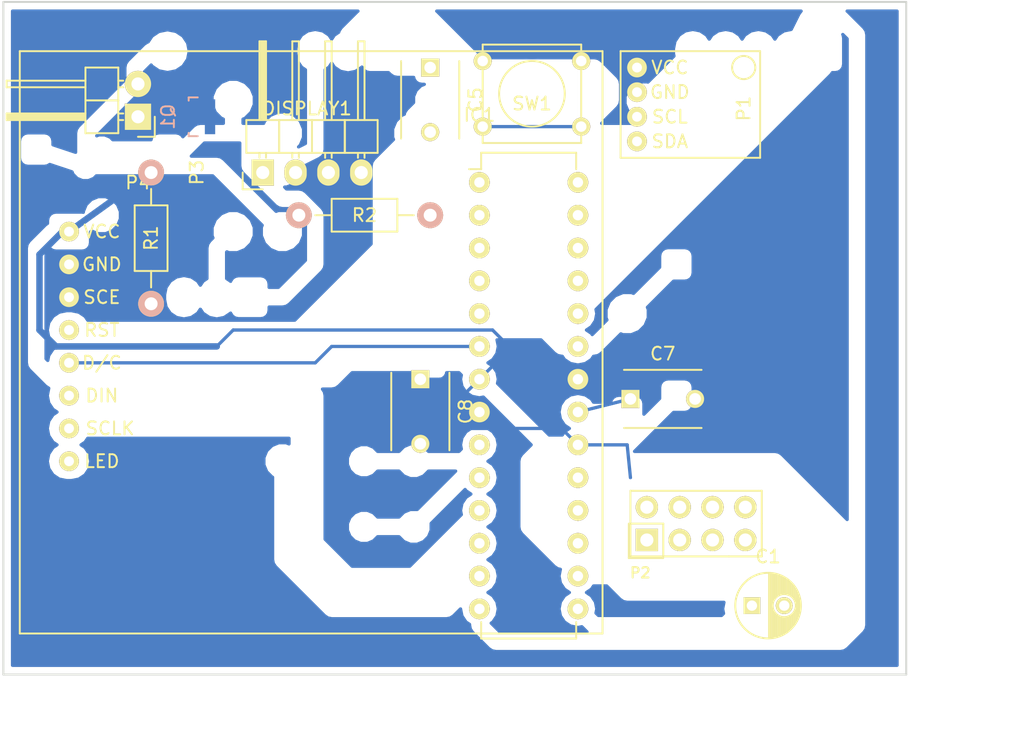
<source format=kicad_pcb>
(kicad_pcb (version 4) (host pcbnew 4.0.1-stable)

  (general
    (links 42)
    (no_connects 29)
    (area 144.268999 90.094999 227.71 148.750001)
    (thickness 1.6)
    (drawings 6)
    (tracks 29)
    (zones 0)
    (modules 14)
    (nets 20)
  )

  (page A4)
  (title_block
    (title MySensor)
  )

  (layers
    (0 F.Cu signal)
    (31 B.Cu signal)
    (33 F.Adhes user)
    (35 F.Paste user)
    (37 F.SilkS user)
    (39 F.Mask user)
    (40 Dwgs.User user)
    (41 Cmts.User user)
    (42 Eco1.User user)
    (43 Eco2.User user)
    (44 Edge.Cuts user)
    (45 Margin user)
    (47 F.CrtYd user)
    (49 F.Fab user)
  )

  (setup
    (last_trace_width 0.254)
    (user_trace_width 0.254)
    (user_trace_width 0.5)
    (user_trace_width 1)
    (trace_clearance 0.25)
    (zone_clearance 0.508)
    (zone_45_only no)
    (trace_min 0.2)
    (segment_width 0.2)
    (edge_width 0.15)
    (via_size 1.6)
    (via_drill 0.8)
    (via_min_size 0.4)
    (via_min_drill 0.3)
    (uvia_size 0.3)
    (uvia_drill 0.1)
    (uvias_allowed no)
    (uvia_min_size 0.2)
    (uvia_min_drill 0.1)
    (pcb_text_width 0.3)
    (pcb_text_size 1.5 1.5)
    (mod_edge_width 0.15)
    (mod_text_size 1 1)
    (mod_text_width 0.15)
    (pad_size 1.524 1.524)
    (pad_drill 0.762)
    (pad_to_mask_clearance 0.2)
    (aux_axis_origin 0 0)
    (visible_elements 7FFFFFFF)
    (pcbplotparams
      (layerselection 0x00030_80000001)
      (usegerberextensions false)
      (excludeedgelayer true)
      (linewidth 0.100000)
      (plotframeref false)
      (viasonmask false)
      (mode 1)
      (useauxorigin false)
      (hpglpennumber 1)
      (hpglpenspeed 20)
      (hpglpendiameter 15)
      (hpglpenoverlay 2)
      (psnegative false)
      (psa4output false)
      (plotreference true)
      (plotvalue true)
      (plotinvisibletext false)
      (padsonsilk false)
      (subtractmaskfromsilk false)
      (outputformat 1)
      (mirror false)
      (drillshape 1)
      (scaleselection 1)
      (outputdirectory ""))
  )

  (net 0 "")
  (net 1 GND)
  (net 2 +3V3)
  (net 3 /RST)
  (net 4 /RX)
  (net 5 /TX)
  (net 6 /CE)
  (net 7 /CS)
  (net 8 /MISO)
  (net 9 /SCK)
  (net 10 /D/C)
  (net 11 /DIN)
  (net 12 /SCLK)
  (net 13 "Net-(C7-Pad1)")
  (net 14 "Net-(IC1-Pad2)")
  (net 15 /MOSI)
  (net 16 /RESET)
  (net 17 /SDA)
  (net 18 /SCL)
  (net 19 "Net-(P4-Pad2)")

  (net_class Default "Toto je výchozí třída sítě."
    (clearance 0.25)
    (trace_width 0.254)
    (via_dia 1.6)
    (via_drill 0.8)
    (uvia_dia 0.3)
    (uvia_drill 0.1)
    (add_net +3V3)
    (add_net /CE)
    (add_net /CS)
    (add_net /D/C)
    (add_net /DIN)
    (add_net /MISO)
    (add_net /MOSI)
    (add_net /RESET)
    (add_net /RST)
    (add_net /RX)
    (add_net /SCK)
    (add_net /SCL)
    (add_net /SCLK)
    (add_net /SDA)
    (add_net /TX)
    (add_net GND)
    (add_net "Net-(C7-Pad1)")
    (add_net "Net-(IC1-Pad2)")
    (add_net "Net-(P4-Pad2)")
  )

  (net_class Double ""
    (clearance 0.25)
    (trace_width 0.5)
    (via_dia 0.6)
    (via_drill 0.4)
    (uvia_dia 0.3)
    (uvia_drill 0.1)
  )

  (module Pin_Headers:Pin_Header_Angled_1x04 (layer F.Cu) (tedit 0) (tstamp 57B622C2)
    (at 164.846 103.378 90)
    (descr "Through hole pin header")
    (tags "pin header")
    (path /56A2B092)
    (fp_text reference P3 (at 0 -5.1 90) (layer F.SilkS)
      (effects (font (size 1 1) (thickness 0.15)))
    )
    (fp_text value FTDI (at 0 -3.1 90) (layer F.Fab)
      (effects (font (size 1 1) (thickness 0.15)))
    )
    (fp_line (start -1.5 -1.75) (end -1.5 9.4) (layer F.CrtYd) (width 0.05))
    (fp_line (start 10.65 -1.75) (end 10.65 9.4) (layer F.CrtYd) (width 0.05))
    (fp_line (start -1.5 -1.75) (end 10.65 -1.75) (layer F.CrtYd) (width 0.05))
    (fp_line (start -1.5 9.4) (end 10.65 9.4) (layer F.CrtYd) (width 0.05))
    (fp_line (start -1.3 -1.55) (end -1.3 0) (layer F.SilkS) (width 0.15))
    (fp_line (start 0 -1.55) (end -1.3 -1.55) (layer F.SilkS) (width 0.15))
    (fp_line (start 4.191 -0.127) (end 10.033 -0.127) (layer F.SilkS) (width 0.15))
    (fp_line (start 10.033 -0.127) (end 10.033 0.127) (layer F.SilkS) (width 0.15))
    (fp_line (start 10.033 0.127) (end 4.191 0.127) (layer F.SilkS) (width 0.15))
    (fp_line (start 4.191 0.127) (end 4.191 0) (layer F.SilkS) (width 0.15))
    (fp_line (start 4.191 0) (end 10.033 0) (layer F.SilkS) (width 0.15))
    (fp_line (start 1.524 -0.254) (end 1.143 -0.254) (layer F.SilkS) (width 0.15))
    (fp_line (start 1.524 0.254) (end 1.143 0.254) (layer F.SilkS) (width 0.15))
    (fp_line (start 1.524 2.286) (end 1.143 2.286) (layer F.SilkS) (width 0.15))
    (fp_line (start 1.524 2.794) (end 1.143 2.794) (layer F.SilkS) (width 0.15))
    (fp_line (start 1.524 4.826) (end 1.143 4.826) (layer F.SilkS) (width 0.15))
    (fp_line (start 1.524 5.334) (end 1.143 5.334) (layer F.SilkS) (width 0.15))
    (fp_line (start 1.524 7.874) (end 1.143 7.874) (layer F.SilkS) (width 0.15))
    (fp_line (start 1.524 7.366) (end 1.143 7.366) (layer F.SilkS) (width 0.15))
    (fp_line (start 1.524 -1.27) (end 4.064 -1.27) (layer F.SilkS) (width 0.15))
    (fp_line (start 1.524 1.27) (end 4.064 1.27) (layer F.SilkS) (width 0.15))
    (fp_line (start 1.524 1.27) (end 1.524 3.81) (layer F.SilkS) (width 0.15))
    (fp_line (start 1.524 3.81) (end 4.064 3.81) (layer F.SilkS) (width 0.15))
    (fp_line (start 4.064 2.286) (end 10.16 2.286) (layer F.SilkS) (width 0.15))
    (fp_line (start 10.16 2.286) (end 10.16 2.794) (layer F.SilkS) (width 0.15))
    (fp_line (start 10.16 2.794) (end 4.064 2.794) (layer F.SilkS) (width 0.15))
    (fp_line (start 4.064 3.81) (end 4.064 1.27) (layer F.SilkS) (width 0.15))
    (fp_line (start 4.064 1.27) (end 4.064 -1.27) (layer F.SilkS) (width 0.15))
    (fp_line (start 10.16 0.254) (end 4.064 0.254) (layer F.SilkS) (width 0.15))
    (fp_line (start 10.16 -0.254) (end 10.16 0.254) (layer F.SilkS) (width 0.15))
    (fp_line (start 4.064 -0.254) (end 10.16 -0.254) (layer F.SilkS) (width 0.15))
    (fp_line (start 1.524 1.27) (end 4.064 1.27) (layer F.SilkS) (width 0.15))
    (fp_line (start 1.524 -1.27) (end 1.524 1.27) (layer F.SilkS) (width 0.15))
    (fp_line (start 1.524 6.35) (end 4.064 6.35) (layer F.SilkS) (width 0.15))
    (fp_line (start 1.524 6.35) (end 1.524 8.89) (layer F.SilkS) (width 0.15))
    (fp_line (start 1.524 8.89) (end 4.064 8.89) (layer F.SilkS) (width 0.15))
    (fp_line (start 4.064 7.366) (end 10.16 7.366) (layer F.SilkS) (width 0.15))
    (fp_line (start 10.16 7.366) (end 10.16 7.874) (layer F.SilkS) (width 0.15))
    (fp_line (start 10.16 7.874) (end 4.064 7.874) (layer F.SilkS) (width 0.15))
    (fp_line (start 4.064 8.89) (end 4.064 6.35) (layer F.SilkS) (width 0.15))
    (fp_line (start 4.064 6.35) (end 4.064 3.81) (layer F.SilkS) (width 0.15))
    (fp_line (start 10.16 5.334) (end 4.064 5.334) (layer F.SilkS) (width 0.15))
    (fp_line (start 10.16 4.826) (end 10.16 5.334) (layer F.SilkS) (width 0.15))
    (fp_line (start 4.064 4.826) (end 10.16 4.826) (layer F.SilkS) (width 0.15))
    (fp_line (start 1.524 6.35) (end 4.064 6.35) (layer F.SilkS) (width 0.15))
    (fp_line (start 1.524 3.81) (end 1.524 6.35) (layer F.SilkS) (width 0.15))
    (fp_line (start 1.524 3.81) (end 4.064 3.81) (layer F.SilkS) (width 0.15))
    (pad 1 thru_hole rect (at 0 0 90) (size 2.032 1.7272) (drill 1.016) (layers *.Cu *.Mask F.SilkS)
      (net 16 /RESET))
    (pad 2 thru_hole oval (at 0 2.54 90) (size 2.032 1.7272) (drill 1.016) (layers *.Cu *.Mask F.SilkS)
      (net 4 /RX))
    (pad 3 thru_hole oval (at 0 5.08 90) (size 2.032 1.7272) (drill 1.016) (layers *.Cu *.Mask F.SilkS)
      (net 5 /TX))
    (pad 4 thru_hole oval (at 0 7.62 90) (size 2.032 1.7272) (drill 1.016) (layers *.Cu *.Mask F.SilkS)
      (net 1 GND))
    (model Pin_Headers.3dshapes/Pin_Header_Angled_1x04.wrl
      (at (xyz 0 -0.15 0))
      (scale (xyz 1 1 1))
      (rotate (xyz 0 0 90))
    )
  )

  (module .pretty:NK3110display (layer F.Cu) (tedit 57B5E148) (tstamp 57B5E307)
    (at 146.05 93.98)
    (path /56A3F952)
    (fp_text reference DISPLAY1 (at 22.225 4.445) (layer F.SilkS)
      (effects (font (size 1 1) (thickness 0.15)))
    )
    (fp_text value PCD8544 (at 22.86 2.54) (layer F.Fab)
      (effects (font (size 1 1) (thickness 0.15)))
    )
    (fp_text user LED (at 6.35 31.75) (layer F.SilkS)
      (effects (font (size 1 1) (thickness 0.15)))
    )
    (fp_text user SCLK (at 6.985 29.21) (layer F.SilkS)
      (effects (font (size 1 1) (thickness 0.15)))
    )
    (fp_text user DIN (at 6.35 26.67) (layer F.SilkS)
      (effects (font (size 1 1) (thickness 0.15)))
    )
    (fp_text user D/C (at 6.35 24.13) (layer F.SilkS)
      (effects (font (size 1 1) (thickness 0.15)))
    )
    (fp_text user RST (at 6.35 21.59) (layer F.SilkS)
      (effects (font (size 1 1) (thickness 0.15)))
    )
    (fp_text user SCE (at 6.35 19.05) (layer F.SilkS)
      (effects (font (size 1 1) (thickness 0.15)))
    )
    (fp_text user GND (at 6.35 16.51) (layer F.SilkS)
      (effects (font (size 1 1) (thickness 0.15)))
    )
    (fp_text user VCC (at 6.35 13.97) (layer F.SilkS)
      (effects (font (size 1 1) (thickness 0.15)))
    )
    (fp_line (start 0 0) (end 45.085 0) (layer F.SilkS) (width 0.15))
    (fp_line (start 45.085 0) (end 45.085 45.085) (layer F.SilkS) (width 0.15))
    (fp_line (start 45.085 45.085) (end 0 45.085) (layer F.SilkS) (width 0.15))
    (fp_line (start 0 45.085) (end 0 0) (layer F.SilkS) (width 0.15))
    (pad 3 thru_hole circle (at 3.81 19.05) (size 1.524 1.524) (drill 0.762) (layers *.Cu *.Mask F.SilkS)
      (net 1 GND))
    (pad 1 thru_hole circle (at 3.81 13.97) (size 1.524 1.524) (drill 0.762) (layers *.Cu *.Mask F.SilkS)
      (net 2 +3V3))
    (pad 2 thru_hole circle (at 3.81 16.51) (size 1.524 1.524) (drill 0.762) (layers *.Cu *.Mask F.SilkS)
      (net 1 GND))
    (pad 5 thru_hole circle (at 3.81 24.13) (size 1.524 1.524) (drill 0.762) (layers *.Cu *.Mask F.SilkS)
      (net 10 /D/C))
    (pad 4 thru_hole circle (at 3.81 21.59) (size 1.524 1.524) (drill 0.762) (layers *.Cu *.Mask F.SilkS)
      (net 3 /RST))
    (pad 7 thru_hole circle (at 3.81 29.21) (size 1.524 1.524) (drill 0.762) (layers *.Cu *.Mask F.SilkS)
      (net 12 /SCLK))
    (pad 6 thru_hole circle (at 3.81 26.67) (size 1.524 1.524) (drill 0.762) (layers *.Cu *.Mask F.SilkS)
      (net 11 /DIN))
    (pad 8 thru_hole circle (at 3.81 31.75) (size 1.524 1.524) (drill 0.762) (layers *.Cu *.Mask F.SilkS))
  )

  (module Housings_DIP:DIP-28_W7.62mm (layer F.Cu) (tedit 56A76093) (tstamp 56A66ED0)
    (at 181.61 104.14)
    (descr "28-lead dip package, row spacing 7.62 mm (300 mils)")
    (tags "dil dip 2.54 300")
    (path /56A2924F)
    (fp_text reference IC1 (at 0 -5.22) (layer F.SilkS)
      (effects (font (size 1 1) (thickness 0.15)))
    )
    (fp_text value ATMEGA328P-P (at 3.81 27.94 90) (layer F.Fab)
      (effects (font (size 1 1) (thickness 0.15)))
    )
    (fp_line (start -1.05 -2.45) (end -1.05 35.5) (layer F.CrtYd) (width 0.05))
    (fp_line (start 8.65 -2.45) (end 8.65 35.5) (layer F.CrtYd) (width 0.05))
    (fp_line (start -1.05 -2.45) (end 8.65 -2.45) (layer F.CrtYd) (width 0.05))
    (fp_line (start -1.05 35.5) (end 8.65 35.5) (layer F.CrtYd) (width 0.05))
    (fp_line (start 0.135 -2.295) (end 0.135 -1.025) (layer F.SilkS) (width 0.15))
    (fp_line (start 7.485 -2.295) (end 7.485 -1.025) (layer F.SilkS) (width 0.15))
    (fp_line (start 7.485 35.315) (end 7.485 34.045) (layer F.SilkS) (width 0.15))
    (fp_line (start 0.135 35.315) (end 0.135 34.045) (layer F.SilkS) (width 0.15))
    (fp_line (start 0.135 -2.295) (end 7.485 -2.295) (layer F.SilkS) (width 0.15))
    (fp_line (start 0.135 35.315) (end 7.485 35.315) (layer F.SilkS) (width 0.15))
    (fp_line (start 0.135 -1.025) (end -0.8 -1.025) (layer F.SilkS) (width 0.15))
    (pad 1 thru_hole oval (at 0 0) (size 1.6 1.6) (drill 0.8) (layers *.Cu *.Mask F.SilkS)
      (net 3 /RST))
    (pad 2 thru_hole oval (at 0 2.54) (size 1.6 1.6) (drill 0.8) (layers *.Cu *.Mask F.SilkS)
      (net 14 "Net-(IC1-Pad2)"))
    (pad 3 thru_hole oval (at 0 5.08) (size 1.6 1.6) (drill 0.8) (layers *.Cu *.Mask F.SilkS)
      (net 4 /RX))
    (pad 4 thru_hole oval (at 0 7.62) (size 1.6 1.6) (drill 0.8) (layers *.Cu *.Mask F.SilkS))
    (pad 5 thru_hole oval (at 0 10.16) (size 1.6 1.6) (drill 0.8) (layers *.Cu *.Mask F.SilkS))
    (pad 6 thru_hole oval (at 0 12.7) (size 1.6 1.6) (drill 0.8) (layers *.Cu *.Mask F.SilkS)
      (net 10 /D/C))
    (pad 7 thru_hole oval (at 0 15.24) (size 1.6 1.6) (drill 0.8) (layers *.Cu *.Mask F.SilkS)
      (net 2 +3V3))
    (pad 8 thru_hole oval (at 0 17.78) (size 1.6 1.6) (drill 0.8) (layers *.Cu *.Mask F.SilkS)
      (net 1 GND))
    (pad 9 thru_hole oval (at 0 20.32) (size 1.6 1.6) (drill 0.8) (layers *.Cu *.Mask F.SilkS))
    (pad 10 thru_hole oval (at 0 22.86) (size 1.6 1.6) (drill 0.8) (layers *.Cu *.Mask F.SilkS))
    (pad 11 thru_hole oval (at 0 25.4) (size 1.6 1.6) (drill 0.8) (layers *.Cu *.Mask F.SilkS)
      (net 11 /DIN))
    (pad 12 thru_hole oval (at 0 27.94) (size 1.6 1.6) (drill 0.8) (layers *.Cu *.Mask F.SilkS)
      (net 12 /SCLK))
    (pad 13 thru_hole oval (at 0 30.48) (size 1.6 1.6) (drill 0.8) (layers *.Cu *.Mask F.SilkS))
    (pad 14 thru_hole oval (at 0 33.02) (size 1.6 1.6) (drill 0.8) (layers *.Cu *.Mask F.SilkS))
    (pad 15 thru_hole oval (at 7.62 33.02) (size 1.6 1.6) (drill 0.8) (layers *.Cu *.Mask F.SilkS)
      (net 6 /CE))
    (pad 16 thru_hole oval (at 7.62 30.48) (size 1.6 1.6) (drill 0.8) (layers *.Cu *.Mask F.SilkS)
      (net 7 /CS))
    (pad 17 thru_hole oval (at 7.62 27.94) (size 1.6 1.6) (drill 0.8) (layers *.Cu *.Mask F.SilkS)
      (net 15 /MOSI))
    (pad 18 thru_hole oval (at 7.62 25.4) (size 1.6 1.6) (drill 0.8) (layers *.Cu *.Mask F.SilkS)
      (net 8 /MISO))
    (pad 19 thru_hole oval (at 7.62 22.86) (size 1.6 1.6) (drill 0.8) (layers *.Cu *.Mask F.SilkS)
      (net 9 /SCK))
    (pad 20 thru_hole oval (at 7.62 20.32) (size 1.6 1.6) (drill 0.8) (layers *.Cu *.Mask F.SilkS)
      (net 2 +3V3))
    (pad 21 thru_hole oval (at 7.62 17.78) (size 1.6 1.6) (drill 0.8) (layers *.Cu *.Mask F.SilkS)
      (net 13 "Net-(C7-Pad1)"))
    (pad 22 thru_hole oval (at 7.62 15.24) (size 1.6 1.6) (drill 0.8) (layers *.Cu *.Mask F.SilkS)
      (net 1 GND))
    (pad 23 thru_hole oval (at 7.62 12.7) (size 1.6 1.6) (drill 0.8) (layers *.Cu *.Mask F.SilkS))
    (pad 24 thru_hole oval (at 7.62 10.16) (size 1.6 1.6) (drill 0.8) (layers *.Cu *.Mask F.SilkS))
    (pad 25 thru_hole oval (at 7.62 7.62) (size 1.6 1.6) (drill 0.8) (layers *.Cu *.Mask F.SilkS))
    (pad 26 thru_hole oval (at 7.62 5.08) (size 1.6 1.6) (drill 0.8) (layers *.Cu *.Mask F.SilkS))
    (pad 27 thru_hole oval (at 7.62 2.54) (size 1.6 1.6) (drill 0.8) (layers *.Cu *.Mask F.SilkS)
      (net 17 /SDA))
    (pad 28 thru_hole oval (at 7.62 0) (size 1.6 1.6) (drill 0.8) (layers *.Cu *.Mask F.SilkS)
      (net 18 /SCL))
    (model Housings_DIP.3dshapes/DIP-28_W7.62mm.wrl
      (at (xyz 0 0 0))
      (scale (xyz 1 1 1))
      (rotate (xyz 0 0 0))
    )
  )

  (module Resistors_ThroughHole:Resistor_Horizontal_RM10mm (layer F.Cu) (tedit 56A76086) (tstamp 56A66EF8)
    (at 156.21 108.458 270)
    (descr "Resistor, Axial,  RM 10mm, 1/3W,")
    (tags "Resistor, Axial, RM 10mm, 1/3W,")
    (path /56A292C1)
    (fp_text reference R1 (at 0 0 270) (layer F.SilkS)
      (effects (font (size 1 1) (thickness 0.15)))
    )
    (fp_text value 10k (at 0 2.54 270) (layer F.Fab)
      (effects (font (size 1 1) (thickness 0.15)))
    )
    (fp_line (start -2.54 -1.27) (end 2.54 -1.27) (layer F.SilkS) (width 0.15))
    (fp_line (start 2.54 -1.27) (end 2.54 1.27) (layer F.SilkS) (width 0.15))
    (fp_line (start 2.54 1.27) (end -2.54 1.27) (layer F.SilkS) (width 0.15))
    (fp_line (start -2.54 1.27) (end -2.54 -1.27) (layer F.SilkS) (width 0.15))
    (fp_line (start -2.54 0) (end -3.81 0) (layer F.SilkS) (width 0.15))
    (fp_line (start 2.54 0) (end 3.81 0) (layer F.SilkS) (width 0.15))
    (pad 1 thru_hole circle (at -5.08 0 270) (size 1.99898 1.99898) (drill 1.00076) (layers *.Cu *.SilkS *.Mask)
      (net 2 +3V3))
    (pad 2 thru_hole circle (at 5.08 0 270) (size 1.99898 1.99898) (drill 1.00076) (layers *.Cu *.SilkS *.Mask)
      (net 3 /RST))
    (model Resistors_ThroughHole.3dshapes/Resistor_Horizontal_RM10mm.wrl
      (at (xyz 0 0 0))
      (scale (xyz 0.4 0.4 0.4))
      (rotate (xyz 0 0 0))
    )
  )

  (module Resistors_ThroughHole:Resistor_Horizontal_RM10mm (layer F.Cu) (tedit 56A76082) (tstamp 56A66EFE)
    (at 172.72 106.68)
    (descr "Resistor, Axial,  RM 10mm, 1/3W,")
    (tags "Resistor, Axial, RM 10mm, 1/3W,")
    (path /56A5CFAB)
    (fp_text reference R2 (at 0 0) (layer F.SilkS)
      (effects (font (size 1 1) (thickness 0.15)))
    )
    (fp_text value 10k (at 0 2.54) (layer F.Fab)
      (effects (font (size 1 1) (thickness 0.15)))
    )
    (fp_line (start -2.54 -1.27) (end 2.54 -1.27) (layer F.SilkS) (width 0.15))
    (fp_line (start 2.54 -1.27) (end 2.54 1.27) (layer F.SilkS) (width 0.15))
    (fp_line (start 2.54 1.27) (end -2.54 1.27) (layer F.SilkS) (width 0.15))
    (fp_line (start -2.54 1.27) (end -2.54 -1.27) (layer F.SilkS) (width 0.15))
    (fp_line (start -2.54 0) (end -3.81 0) (layer F.SilkS) (width 0.15))
    (fp_line (start 2.54 0) (end 3.81 0) (layer F.SilkS) (width 0.15))
    (pad 1 thru_hole circle (at -5.08 0) (size 1.99898 1.99898) (drill 1.00076) (layers *.Cu *.SilkS *.Mask)
      (net 5 /TX))
    (pad 2 thru_hole circle (at 5.08 0) (size 1.99898 1.99898) (drill 1.00076) (layers *.Cu *.SilkS *.Mask)
      (net 14 "Net-(IC1-Pad2)"))
    (model Resistors_ThroughHole.3dshapes/Resistor_Horizontal_RM10mm.wrl
      (at (xyz 0 0 0))
      (scale (xyz 0.4 0.4 0.4))
      (rotate (xyz 0 0 0))
    )
  )

  (module Buttons_Switches_ThroughHole:SW_PUSH_SMALL (layer F.Cu) (tedit 0) (tstamp 56A66F18)
    (at 185.674 97.282 180)
    (path /56A5D1AB)
    (fp_text reference SW1 (at 0 -0.762 180) (layer F.SilkS)
      (effects (font (size 1 1) (thickness 0.15)))
    )
    (fp_text value "RESET BTN" (at 0 1.016 180) (layer F.Fab)
      (effects (font (size 1 1) (thickness 0.15)))
    )
    (fp_circle (center 0 0) (end 0 -2.54) (layer F.SilkS) (width 0.15))
    (fp_line (start -3.81 -3.81) (end 3.81 -3.81) (layer F.SilkS) (width 0.15))
    (fp_line (start 3.81 -3.81) (end 3.81 3.81) (layer F.SilkS) (width 0.15))
    (fp_line (start 3.81 3.81) (end -3.81 3.81) (layer F.SilkS) (width 0.15))
    (fp_line (start -3.81 -3.81) (end -3.81 3.81) (layer F.SilkS) (width 0.15))
    (pad 1 thru_hole circle (at 3.81 -2.54 180) (size 1.397 1.397) (drill 0.8128) (layers *.Cu *.Mask F.SilkS)
      (net 3 /RST))
    (pad 2 thru_hole circle (at 3.81 2.54 180) (size 1.397 1.397) (drill 0.8128) (layers *.Cu *.Mask F.SilkS)
      (net 1 GND))
    (pad 1 thru_hole circle (at -3.81 -2.54 180) (size 1.397 1.397) (drill 0.8128) (layers *.Cu *.Mask F.SilkS)
      (net 3 /RST))
    (pad 2 thru_hole circle (at -3.81 2.54 180) (size 1.397 1.397) (drill 0.8128) (layers *.Cu *.Mask F.SilkS)
      (net 1 GND))
  )

  (module TO_SOT_Packages_SMD:SOT-23 (layer B.Cu) (tedit 553634F8) (tstamp 57B0FE9B)
    (at 159.766 99.06 270)
    (descr "SOT-23, Standard")
    (tags SOT-23)
    (path /57B0F22C)
    (attr smd)
    (fp_text reference Q1 (at 0 2.25 270) (layer B.SilkS)
      (effects (font (size 1 1) (thickness 0.15)) (justify mirror))
    )
    (fp_text value BSS83P (at 0 -2.3 270) (layer B.Fab)
      (effects (font (size 1 1) (thickness 0.15)) (justify mirror))
    )
    (fp_line (start -1.65 1.6) (end 1.65 1.6) (layer B.CrtYd) (width 0.05))
    (fp_line (start 1.65 1.6) (end 1.65 -1.6) (layer B.CrtYd) (width 0.05))
    (fp_line (start 1.65 -1.6) (end -1.65 -1.6) (layer B.CrtYd) (width 0.05))
    (fp_line (start -1.65 -1.6) (end -1.65 1.6) (layer B.CrtYd) (width 0.05))
    (fp_line (start 1.29916 0.65024) (end 1.2509 0.65024) (layer B.SilkS) (width 0.15))
    (fp_line (start -1.49982 -0.0508) (end -1.49982 0.65024) (layer B.SilkS) (width 0.15))
    (fp_line (start -1.49982 0.65024) (end -1.2509 0.65024) (layer B.SilkS) (width 0.15))
    (fp_line (start 1.29916 0.65024) (end 1.49982 0.65024) (layer B.SilkS) (width 0.15))
    (fp_line (start 1.49982 0.65024) (end 1.49982 -0.0508) (layer B.SilkS) (width 0.15))
    (pad 1 smd rect (at -0.95 -1.00076 270) (size 0.8001 0.8001) (layers B.Cu)
      (net 1 GND))
    (pad 2 smd rect (at 0.95 -1.00076 270) (size 0.8001 0.8001) (layers B.Cu)
      (net 2 +3V3))
    (pad 3 smd rect (at 0 0.99822 270) (size 0.8001 0.8001) (layers B.Cu)
      (net 19 "Net-(P4-Pad2)"))
    (model TO_SOT_Packages_SMD.3dshapes/SOT-23.wrl
      (at (xyz 0 0 0))
      (scale (xyz 1 1 1))
      (rotate (xyz 0 0 0))
    )
  )

  (module Capacitors_ThroughHole:C_Radial_D5_L6_P2.5 (layer F.Cu) (tedit 0) (tstamp 57B0FEF7)
    (at 202.692 136.906)
    (descr "Radial Electrolytic Capacitor Diameter 5mm x Length 6mm, Pitch 2.5mm")
    (tags "Electrolytic Capacitor")
    (path /57B10884)
    (fp_text reference C1 (at 1.25 -3.8) (layer F.SilkS)
      (effects (font (size 1 1) (thickness 0.15)))
    )
    (fp_text value 10M (at 1.25 3.8) (layer F.Fab)
      (effects (font (size 1 1) (thickness 0.15)))
    )
    (fp_line (start 1.325 -2.499) (end 1.325 2.499) (layer F.SilkS) (width 0.15))
    (fp_line (start 1.465 -2.491) (end 1.465 2.491) (layer F.SilkS) (width 0.15))
    (fp_line (start 1.605 -2.475) (end 1.605 -0.095) (layer F.SilkS) (width 0.15))
    (fp_line (start 1.605 0.095) (end 1.605 2.475) (layer F.SilkS) (width 0.15))
    (fp_line (start 1.745 -2.451) (end 1.745 -0.49) (layer F.SilkS) (width 0.15))
    (fp_line (start 1.745 0.49) (end 1.745 2.451) (layer F.SilkS) (width 0.15))
    (fp_line (start 1.885 -2.418) (end 1.885 -0.657) (layer F.SilkS) (width 0.15))
    (fp_line (start 1.885 0.657) (end 1.885 2.418) (layer F.SilkS) (width 0.15))
    (fp_line (start 2.025 -2.377) (end 2.025 -0.764) (layer F.SilkS) (width 0.15))
    (fp_line (start 2.025 0.764) (end 2.025 2.377) (layer F.SilkS) (width 0.15))
    (fp_line (start 2.165 -2.327) (end 2.165 -0.835) (layer F.SilkS) (width 0.15))
    (fp_line (start 2.165 0.835) (end 2.165 2.327) (layer F.SilkS) (width 0.15))
    (fp_line (start 2.305 -2.266) (end 2.305 -0.879) (layer F.SilkS) (width 0.15))
    (fp_line (start 2.305 0.879) (end 2.305 2.266) (layer F.SilkS) (width 0.15))
    (fp_line (start 2.445 -2.196) (end 2.445 -0.898) (layer F.SilkS) (width 0.15))
    (fp_line (start 2.445 0.898) (end 2.445 2.196) (layer F.SilkS) (width 0.15))
    (fp_line (start 2.585 -2.114) (end 2.585 -0.896) (layer F.SilkS) (width 0.15))
    (fp_line (start 2.585 0.896) (end 2.585 2.114) (layer F.SilkS) (width 0.15))
    (fp_line (start 2.725 -2.019) (end 2.725 -0.871) (layer F.SilkS) (width 0.15))
    (fp_line (start 2.725 0.871) (end 2.725 2.019) (layer F.SilkS) (width 0.15))
    (fp_line (start 2.865 -1.908) (end 2.865 -0.823) (layer F.SilkS) (width 0.15))
    (fp_line (start 2.865 0.823) (end 2.865 1.908) (layer F.SilkS) (width 0.15))
    (fp_line (start 3.005 -1.78) (end 3.005 -0.745) (layer F.SilkS) (width 0.15))
    (fp_line (start 3.005 0.745) (end 3.005 1.78) (layer F.SilkS) (width 0.15))
    (fp_line (start 3.145 -1.631) (end 3.145 -0.628) (layer F.SilkS) (width 0.15))
    (fp_line (start 3.145 0.628) (end 3.145 1.631) (layer F.SilkS) (width 0.15))
    (fp_line (start 3.285 -1.452) (end 3.285 -0.44) (layer F.SilkS) (width 0.15))
    (fp_line (start 3.285 0.44) (end 3.285 1.452) (layer F.SilkS) (width 0.15))
    (fp_line (start 3.425 -1.233) (end 3.425 1.233) (layer F.SilkS) (width 0.15))
    (fp_line (start 3.565 -0.944) (end 3.565 0.944) (layer F.SilkS) (width 0.15))
    (fp_line (start 3.705 -0.472) (end 3.705 0.472) (layer F.SilkS) (width 0.15))
    (fp_circle (center 2.5 0) (end 2.5 -0.9) (layer F.SilkS) (width 0.15))
    (fp_circle (center 1.25 0) (end 1.25 -2.5375) (layer F.SilkS) (width 0.15))
    (fp_circle (center 1.25 0) (end 1.25 -2.8) (layer F.CrtYd) (width 0.05))
    (pad 1 thru_hole rect (at 0 0) (size 1.3 1.3) (drill 0.8) (layers *.Cu *.Mask F.SilkS)
      (net 2 +3V3))
    (pad 2 thru_hole circle (at 2.5 0) (size 1.3 1.3) (drill 0.8) (layers *.Cu *.Mask F.SilkS)
      (net 1 GND))
    (model Capacitors_ThroughHole.3dshapes/C_Radial_D5_L6_P2.5.wrl
      (at (xyz 0.0492126 0 0))
      (scale (xyz 1 1 1))
      (rotate (xyz 0 0 90))
    )
  )

  (module Capacitors_ThroughHole:C_Disc_D6_P5 (layer F.Cu) (tedit 0) (tstamp 57B0FEFC)
    (at 177.8 95.25 270)
    (descr "Capacitor 6mm Disc, Pitch 5mm")
    (tags Capacitor)
    (path /56A2B0DB)
    (fp_text reference C5 (at 2.5 -3.5 270) (layer F.SilkS)
      (effects (font (size 1 1) (thickness 0.15)))
    )
    (fp_text value 100n (at 2.5 3.5 270) (layer F.Fab)
      (effects (font (size 1 1) (thickness 0.15)))
    )
    (fp_line (start -0.95 -2.5) (end 5.95 -2.5) (layer F.CrtYd) (width 0.05))
    (fp_line (start 5.95 -2.5) (end 5.95 2.5) (layer F.CrtYd) (width 0.05))
    (fp_line (start 5.95 2.5) (end -0.95 2.5) (layer F.CrtYd) (width 0.05))
    (fp_line (start -0.95 2.5) (end -0.95 -2.5) (layer F.CrtYd) (width 0.05))
    (fp_line (start -0.5 -2.25) (end 5.5 -2.25) (layer F.SilkS) (width 0.15))
    (fp_line (start 5.5 2.25) (end -0.5 2.25) (layer F.SilkS) (width 0.15))
    (pad 1 thru_hole rect (at 0 0 270) (size 1.4 1.4) (drill 0.9) (layers *.Cu *.Mask F.SilkS)
      (net 16 /RESET))
    (pad 2 thru_hole circle (at 5 0 270) (size 1.4 1.4) (drill 0.9) (layers *.Cu *.Mask F.SilkS)
      (net 3 /RST))
    (model Capacitors_ThroughHole.3dshapes/C_Disc_D6_P5.wrl
      (at (xyz 0.0984252 0 0))
      (scale (xyz 1 1 1))
      (rotate (xyz 0 0 0))
    )
  )

  (module Capacitors_ThroughHole:C_Disc_D6_P5 (layer F.Cu) (tedit 0) (tstamp 57B0FF01)
    (at 193.294 120.904)
    (descr "Capacitor 6mm Disc, Pitch 5mm")
    (tags Capacitor)
    (path /56A6821A)
    (fp_text reference C7 (at 2.5 -3.5) (layer F.SilkS)
      (effects (font (size 1 1) (thickness 0.15)))
    )
    (fp_text value 100n (at 2.5 3.5) (layer F.Fab)
      (effects (font (size 1 1) (thickness 0.15)))
    )
    (fp_line (start -0.95 -2.5) (end 5.95 -2.5) (layer F.CrtYd) (width 0.05))
    (fp_line (start 5.95 -2.5) (end 5.95 2.5) (layer F.CrtYd) (width 0.05))
    (fp_line (start 5.95 2.5) (end -0.95 2.5) (layer F.CrtYd) (width 0.05))
    (fp_line (start -0.95 2.5) (end -0.95 -2.5) (layer F.CrtYd) (width 0.05))
    (fp_line (start -0.5 -2.25) (end 5.5 -2.25) (layer F.SilkS) (width 0.15))
    (fp_line (start 5.5 2.25) (end -0.5 2.25) (layer F.SilkS) (width 0.15))
    (pad 1 thru_hole rect (at 0 0) (size 1.4 1.4) (drill 0.9) (layers *.Cu *.Mask F.SilkS)
      (net 13 "Net-(C7-Pad1)"))
    (pad 2 thru_hole circle (at 5 0) (size 1.4 1.4) (drill 0.9) (layers *.Cu *.Mask F.SilkS)
      (net 1 GND))
    (model Capacitors_ThroughHole.3dshapes/C_Disc_D6_P5.wrl
      (at (xyz 0.0984252 0 0))
      (scale (xyz 1 1 1))
      (rotate (xyz 0 0 0))
    )
  )

  (module Capacitors_ThroughHole:C_Disc_D6_P5 (layer F.Cu) (tedit 0) (tstamp 57B0FF06)
    (at 177.038 119.38 270)
    (descr "Capacitor 6mm Disc, Pitch 5mm")
    (tags Capacitor)
    (path /56A69AFE)
    (fp_text reference C8 (at 2.5 -3.5 270) (layer F.SilkS)
      (effects (font (size 1 1) (thickness 0.15)))
    )
    (fp_text value 100n (at 2.5 3.5 270) (layer F.Fab)
      (effects (font (size 1 1) (thickness 0.15)))
    )
    (fp_line (start -0.95 -2.5) (end 5.95 -2.5) (layer F.CrtYd) (width 0.05))
    (fp_line (start 5.95 -2.5) (end 5.95 2.5) (layer F.CrtYd) (width 0.05))
    (fp_line (start 5.95 2.5) (end -0.95 2.5) (layer F.CrtYd) (width 0.05))
    (fp_line (start -0.95 2.5) (end -0.95 -2.5) (layer F.CrtYd) (width 0.05))
    (fp_line (start -0.5 -2.25) (end 5.5 -2.25) (layer F.SilkS) (width 0.15))
    (fp_line (start 5.5 2.25) (end -0.5 2.25) (layer F.SilkS) (width 0.15))
    (pad 1 thru_hole rect (at 0 0 270) (size 1.4 1.4) (drill 0.9) (layers *.Cu *.Mask F.SilkS)
      (net 2 +3V3))
    (pad 2 thru_hole circle (at 5 0 270) (size 1.4 1.4) (drill 0.9) (layers *.Cu *.Mask F.SilkS)
      (net 1 GND))
    (model Capacitors_ThroughHole.3dshapes/C_Disc_D6_P5.wrl
      (at (xyz 0.0984252 0 0))
      (scale (xyz 1 1 1))
      (rotate (xyz 0 0 0))
    )
  )

  (module .pretty:HTU21 (layer F.Cu) (tedit 57B0DC00) (tstamp 57B0FF10)
    (at 193.802 93.98)
    (path /57B119B2)
    (fp_text reference P1 (at 8.255 4.445 90) (layer F.SilkS)
      (effects (font (size 1 1) (thickness 0.15)))
    )
    (fp_text value SHT21 (at 6.985 4.445 90) (layer F.Fab)
      (effects (font (size 1 1) (thickness 0.15)))
    )
    (fp_text user VCC (at 2.54 1.27) (layer F.SilkS)
      (effects (font (size 1 1) (thickness 0.15)))
    )
    (fp_text user GND (at 2.54 3.175) (layer F.SilkS)
      (effects (font (size 1 1) (thickness 0.15)))
    )
    (fp_text user SCL (at 2.54 5.08) (layer F.SilkS)
      (effects (font (size 1 1) (thickness 0.15)))
    )
    (fp_text user SDA (at 2.54 6.985) (layer F.SilkS)
      (effects (font (size 1 1) (thickness 0.15)))
    )
    (fp_circle (center 8.255 1.27) (end 7.62 1.905) (layer F.SilkS) (width 0.15))
    (fp_line (start -1.27 0) (end -1.27 8.255) (layer F.SilkS) (width 0.15))
    (fp_line (start -1.27 8.255) (end 9.525 8.255) (layer F.SilkS) (width 0.15))
    (fp_line (start 9.525 8.255) (end 9.525 0) (layer F.SilkS) (width 0.15))
    (fp_line (start 9.525 0) (end -1.27 0) (layer F.SilkS) (width 0.15))
    (pad 1 thru_hole circle (at 0 1.27) (size 1.524 1.524) (drill 0.762) (layers *.Cu *.Mask F.SilkS)
      (net 2 +3V3))
    (pad 2 thru_hole circle (at 0 3.175) (size 1.524 1.524) (drill 0.762) (layers *.Cu *.Mask F.SilkS)
      (net 1 GND))
    (pad 3 thru_hole circle (at 0 5.08) (size 1.524 1.524) (drill 0.762) (layers *.Cu *.Mask F.SilkS)
      (net 18 /SCL))
    (pad 4 thru_hole circle (at 0 6.985) (size 1.524 1.524) (drill 0.762) (layers *.Cu *.Mask F.SilkS)
      (net 17 /SDA))
  )

  (module mysensors_radios:NRF24L01 (layer F.Cu) (tedit 5587F36C) (tstamp 57B5C728)
    (at 193.04 133.35 180)
    (descr NRF24L01)
    (tags "nRF 24 NRF24L01 NRF24L01+")
    (path /56A76871)
    (fp_text reference P2 (at -1.016 -1.016 180) (layer F.SilkS)
      (effects (font (size 0.8 0.8) (thickness 0.16)))
    )
    (fp_text value NRF24L01+ (at -8.382 7.112 180) (layer F.Fab) hide
      (effects (font (size 0.8 0.8) (thickness 0.16)))
    )
    (fp_line (start -15.25 28.8) (end 0 28.8) (layer F.CrtYd) (width 0.15))
    (fp_line (start 0 28.8) (end 0 0) (layer F.CrtYd) (width 0.15))
    (fp_line (start 0 0) (end -15.25 0) (layer F.CrtYd) (width 0.15))
    (fp_line (start -15.25 0) (end -15.25 28.8) (layer F.CrtYd) (width 0.15))
    (fp_line (start -2.794 0.127) (end -0.127 0.127) (layer F.SilkS) (width 0.15))
    (fp_line (start -0.127 0.127) (end -0.127 2.794) (layer F.SilkS) (width 0.15))
    (fp_line (start 0 0) (end -15.25 0) (layer B.CrtYd) (width 0.15))
    (fp_line (start -15.25 0) (end -15.25 28.8) (layer B.CrtYd) (width 0.15))
    (fp_line (start -15.25 28.8) (end 0 28.8) (layer B.CrtYd) (width 0.15))
    (fp_line (start 0 28.8) (end 0 0) (layer B.CrtYd) (width 0.15))
    (fp_line (start -7.874 0.254) (end -10.414 0.254) (layer F.SilkS) (width 0.15))
    (fp_line (start -10.414 0.254) (end -10.414 2.794) (layer F.SilkS) (width 0.15))
    (fp_line (start -2.794 0.254) (end -2.794 2.794) (layer F.SilkS) (width 0.15))
    (fp_line (start -2.794 2.794) (end -0.254 2.794) (layer F.SilkS) (width 0.15))
    (fp_line (start -10.894 -0.226) (end -10.894 5.824) (layer F.CrtYd) (width 0.05))
    (fp_line (start 0.256 -0.226) (end 0.256 5.824) (layer F.CrtYd) (width 0.05))
    (fp_line (start -10.894 -0.226) (end 0.256 -0.226) (layer F.CrtYd) (width 0.05))
    (fp_line (start -10.894 5.824) (end 0.256 5.824) (layer F.CrtYd) (width 0.05))
    (fp_line (start -7.874 0.254) (end -0.254 0.254) (layer F.SilkS) (width 0.15))
    (fp_line (start -0.254 0.254) (end -0.254 5.334) (layer F.SilkS) (width 0.15))
    (fp_line (start -0.254 5.334) (end -10.414 5.334) (layer F.SilkS) (width 0.15))
    (fp_line (start -10.414 5.334) (end -10.414 2.794) (layer F.SilkS) (width 0.15))
    (pad 7 thru_hole oval (at -9.144 1.524 180) (size 1.7272 1.7272) (drill 1.016) (layers *.Cu *.Mask F.SilkS)
      (net 2 +3V3))
    (pad 8 thru_hole oval (at -9.144 4.064 180) (size 1.7272 1.7272) (drill 1.016) (layers *.Cu *.Mask F.SilkS)
      (net 1 GND))
    (pad 5 thru_hole oval (at -6.604 1.524 180) (size 1.7272 1.7272) (drill 1.016) (layers *.Cu *.Mask F.SilkS)
      (net 7 /CS))
    (pad 6 thru_hole oval (at -6.604 4.064 180) (size 1.7272 1.7272) (drill 1.016) (layers *.Cu *.Mask F.SilkS)
      (net 6 /CE))
    (pad 3 thru_hole oval (at -4.064 1.524 180) (size 1.7272 1.7272) (drill 1.016) (layers *.Cu *.Mask F.SilkS)
      (net 15 /MOSI))
    (pad 4 thru_hole oval (at -4.064 4.064 180) (size 1.7272 1.7272) (drill 1.016) (layers *.Cu *.Mask F.SilkS)
      (net 9 /SCK))
    (pad 1 thru_hole rect (at -1.524 1.524 180) (size 1.7272 1.7272) (drill 1.016) (layers *.Cu *.Mask F.SilkS))
    (pad 2 thru_hole oval (at -1.524 4.064 180) (size 1.7272 1.7272) (drill 1.016) (layers *.Cu *.Mask F.SilkS)
      (net 8 /MISO))
    (model Socket_Strips.3dshapes/Socket_Strip_Straight_2x04.wrl
      (at (xyz -0.21 -0.11 0))
      (scale (xyz 1 1 1))
      (rotate (xyz 0 0 0))
    )
    (model Pin_Headers.3dshapes/Pin_Header_Straight_2x04.wrl
      (at (xyz -0.21 -0.11 0.442))
      (scale (xyz 1 1 1))
      (rotate (xyz 0 180 0))
    )
    (model mysensors.3dshapes/nrf24l01.wrl
      (at (xyz -0.3 -0.5669999999999999 0.475))
      (scale (xyz 0.395 0.395 0.395))
      (rotate (xyz 0 0 0))
    )
    (model Housings_DFN_QFN.3dshapes/QFN-20-1EP_4x4mm_Pitch0.5mm.wrl
      (at (xyz -0.22 -0.51 0.509))
      (scale (xyz 1 1 1))
      (rotate (xyz 0 0 0))
    )
    (model mysensors.3dshapes/w.lain.3dshapes/crystal/crystal_hc-49s.wrl
      (at (xyz -0.5 -0.475 0.51))
      (scale (xyz 1 1 1))
      (rotate (xyz 0 0 90))
    )
  )

  (module Pin_Headers:Pin_Header_Angled_1x02 (layer F.Cu) (tedit 0) (tstamp 57B622C9)
    (at 155.194 99.06 180)
    (descr "Through hole pin header")
    (tags "pin header")
    (path /57B16E4C)
    (fp_text reference P4 (at 0 -5.1 180) (layer F.SilkS)
      (effects (font (size 1 1) (thickness 0.15)))
    )
    (fp_text value Batt (at 0 -3.1 180) (layer F.Fab)
      (effects (font (size 1 1) (thickness 0.15)))
    )
    (fp_line (start -1.5 -1.75) (end -1.5 4.3) (layer F.CrtYd) (width 0.05))
    (fp_line (start 10.65 -1.75) (end 10.65 4.3) (layer F.CrtYd) (width 0.05))
    (fp_line (start -1.5 -1.75) (end 10.65 -1.75) (layer F.CrtYd) (width 0.05))
    (fp_line (start -1.5 4.3) (end 10.65 4.3) (layer F.CrtYd) (width 0.05))
    (fp_line (start -1.3 -1.55) (end -1.3 0) (layer F.SilkS) (width 0.15))
    (fp_line (start 0 -1.55) (end -1.3 -1.55) (layer F.SilkS) (width 0.15))
    (fp_line (start 4.191 -0.127) (end 10.033 -0.127) (layer F.SilkS) (width 0.15))
    (fp_line (start 10.033 -0.127) (end 10.033 0.127) (layer F.SilkS) (width 0.15))
    (fp_line (start 10.033 0.127) (end 4.191 0.127) (layer F.SilkS) (width 0.15))
    (fp_line (start 4.191 0.127) (end 4.191 0) (layer F.SilkS) (width 0.15))
    (fp_line (start 4.191 0) (end 10.033 0) (layer F.SilkS) (width 0.15))
    (fp_line (start 1.524 -0.254) (end 1.143 -0.254) (layer F.SilkS) (width 0.15))
    (fp_line (start 1.524 0.254) (end 1.143 0.254) (layer F.SilkS) (width 0.15))
    (fp_line (start 1.524 2.286) (end 1.143 2.286) (layer F.SilkS) (width 0.15))
    (fp_line (start 1.524 2.794) (end 1.143 2.794) (layer F.SilkS) (width 0.15))
    (fp_line (start 1.524 -1.27) (end 4.064 -1.27) (layer F.SilkS) (width 0.15))
    (fp_line (start 1.524 1.27) (end 4.064 1.27) (layer F.SilkS) (width 0.15))
    (fp_line (start 1.524 1.27) (end 1.524 3.81) (layer F.SilkS) (width 0.15))
    (fp_line (start 1.524 3.81) (end 4.064 3.81) (layer F.SilkS) (width 0.15))
    (fp_line (start 4.064 2.286) (end 10.16 2.286) (layer F.SilkS) (width 0.15))
    (fp_line (start 10.16 2.286) (end 10.16 2.794) (layer F.SilkS) (width 0.15))
    (fp_line (start 10.16 2.794) (end 4.064 2.794) (layer F.SilkS) (width 0.15))
    (fp_line (start 4.064 3.81) (end 4.064 1.27) (layer F.SilkS) (width 0.15))
    (fp_line (start 4.064 1.27) (end 4.064 -1.27) (layer F.SilkS) (width 0.15))
    (fp_line (start 10.16 0.254) (end 4.064 0.254) (layer F.SilkS) (width 0.15))
    (fp_line (start 10.16 -0.254) (end 10.16 0.254) (layer F.SilkS) (width 0.15))
    (fp_line (start 4.064 -0.254) (end 10.16 -0.254) (layer F.SilkS) (width 0.15))
    (fp_line (start 1.524 1.27) (end 4.064 1.27) (layer F.SilkS) (width 0.15))
    (fp_line (start 1.524 -1.27) (end 1.524 1.27) (layer F.SilkS) (width 0.15))
    (pad 1 thru_hole rect (at 0 0 180) (size 2.032 2.032) (drill 1.016) (layers *.Cu *.Mask F.SilkS)
      (net 1 GND))
    (pad 2 thru_hole oval (at 0 2.54 180) (size 2.032 2.032) (drill 1.016) (layers *.Cu *.Mask F.SilkS)
      (net 19 "Net-(P4-Pad2)"))
    (model Pin_Headers.3dshapes/Pin_Header_Angled_1x02.wrl
      (at (xyz 0 -0.05 0))
      (scale (xyz 1 1 1))
      (rotate (xyz 0 0 90))
    )
  )

  (dimension 52.07 (width 0.3) (layer Cmts.User)
    (gr_text "52,070 mm" (at 221.06 116.205 90) (layer Cmts.User)
      (effects (font (size 1.5 1.5) (thickness 0.3)))
    )
    (feature1 (pts (xy 218.44 90.17) (xy 222.41 90.17)))
    (feature2 (pts (xy 218.44 142.24) (xy 222.41 142.24)))
    (crossbar (pts (xy 219.71 142.24) (xy 219.71 90.17)))
    (arrow1a (pts (xy 219.71 90.17) (xy 220.296421 91.296504)))
    (arrow1b (pts (xy 219.71 90.17) (xy 219.123579 91.296504)))
    (arrow2a (pts (xy 219.71 142.24) (xy 220.296421 141.113496)))
    (arrow2b (pts (xy 219.71 142.24) (xy 219.123579 141.113496)))
  )
  (dimension 69.85 (width 0.3) (layer Cmts.User)
    (gr_text "69,850 mm" (at 179.705 147.4) (layer Cmts.User)
      (effects (font (size 1.5 1.5) (thickness 0.3)))
    )
    (feature1 (pts (xy 214.63 144.78) (xy 214.63 148.75)))
    (feature2 (pts (xy 144.78 144.78) (xy 144.78 148.75)))
    (crossbar (pts (xy 144.78 146.05) (xy 214.63 146.05)))
    (arrow1a (pts (xy 214.63 146.05) (xy 213.503496 146.636421)))
    (arrow1b (pts (xy 214.63 146.05) (xy 213.503496 145.463579)))
    (arrow2a (pts (xy 144.78 146.05) (xy 145.906504 146.636421)))
    (arrow2b (pts (xy 144.78 146.05) (xy 145.906504 145.463579)))
  )
  (gr_line (start 144.78 142.24) (end 144.78 90.17) (angle 90) (layer Edge.Cuts) (width 0.15))
  (gr_line (start 214.63 142.24) (end 144.78 142.24) (angle 90) (layer Edge.Cuts) (width 0.15))
  (gr_line (start 214.63 90.17) (end 214.63 142.24) (angle 90) (layer Edge.Cuts) (width 0.15))
  (gr_line (start 144.78 90.17) (end 214.63 90.17) (angle 90) (layer Edge.Cuts) (width 0.15))

  (segment (start 160.44676 97.79) (end 160.70076 98.044) (width 0.5) (layer B.Cu) (net 1) (tstamp 57B61F19) (status 30))
  (segment (start 149.86 110.49) (end 149.86 113.03) (width 0.254) (layer B.Cu) (net 1) (status 30))
  (segment (start 177.038 119.38) (end 178.562 119.38) (width 0.254) (layer B.Cu) (net 2))
  (segment (start 178.562 119.38) (end 180.086 120.904) (width 0.254) (layer B.Cu) (net 2) (tstamp 57B61FAF))
  (segment (start 181.61 119.38) (end 183.388 117.602) (width 0.254) (layer B.Cu) (net 2))
  (segment (start 147.574 109.728) (end 147.574 115.57) (width 0.5) (layer B.Cu) (net 2) (tstamp 57B61E57))
  (segment (start 147.574 115.57) (end 148.844 116.84) (width 0.5) (layer B.Cu) (net 2) (tstamp 57B61E5B))
  (segment (start 148.844 116.84) (end 161.29 116.84) (width 0.5) (layer B.Cu) (net 2) (tstamp 57B61E5E))
  (segment (start 147.574 109.728) (end 149.352 107.95) (width 0.5) (layer B.Cu) (net 2) (tstamp 57B61E54))
  (segment (start 162.56 115.57) (end 161.29 116.84) (width 0.254) (layer B.Cu) (net 2) (tstamp 57B61F9C))
  (segment (start 182.626 115.57) (end 162.56 115.57) (width 0.254) (layer B.Cu) (net 2) (tstamp 57B61F90))
  (segment (start 183.388 116.332) (end 182.626 115.57) (width 0.254) (layer B.Cu) (net 2) (tstamp 57B61F8A))
  (segment (start 183.388 117.602) (end 183.388 116.332) (width 0.254) (layer B.Cu) (net 2) (tstamp 57B61F87))
  (segment (start 181.61 119.38) (end 180.086 120.904) (width 0.254) (layer B.Cu) (net 2))
  (segment (start 187.96 123.19) (end 189.23 124.46) (width 0.254) (layer B.Cu) (net 2) (tstamp 57B61F74))
  (segment (start 180.594 123.19) (end 187.96 123.19) (width 0.254) (layer B.Cu) (net 2) (tstamp 57B61F6D))
  (segment (start 180.086 122.682) (end 180.594 123.19) (width 0.254) (layer B.Cu) (net 2) (tstamp 57B61F6B))
  (segment (start 180.086 120.904) (end 180.086 122.682) (width 0.254) (layer B.Cu) (net 2) (tstamp 57B61F66))
  (segment (start 149.86 107.95) (end 149.352 107.95) (width 0.5) (layer B.Cu) (net 2))
  (segment (start 149.86 107.95) (end 156.21 103.378) (width 0.5) (layer B.Cu) (net 2) (status 20))
  (segment (start 189.23 124.46) (end 193.04 124.46) (width 0.254) (layer B.Cu) (net 2))
  (segment (start 193.04 124.46) (end 193.294 127) (width 0.254) (layer B.Cu) (net 2) (tstamp 56A78695) (status 20))
  (segment (start 181.61 104.14) (end 181.864 104.14) (width 0.254) (layer B.Cu) (net 3))
  (segment (start 181.824 99.782) (end 181.864 99.822) (width 0.254) (layer B.Cu) (net 3) (tstamp 56A781C4) (status 30))
  (segment (start 181.864 99.822) (end 189.484 99.822) (width 0.254) (layer B.Cu) (net 3) (tstamp 56A781C5) (status 30))
  (segment (start 170.18 116.84) (end 181.61 116.84) (width 0.254) (layer B.Cu) (net 10) (tstamp 56A77B37) (status 20))
  (segment (start 149.86 118.11) (end 168.91 118.11) (width 0.254) (layer B.Cu) (net 10) (status 10))
  (segment (start 168.91 118.11) (end 170.18 116.84) (width 0.254) (layer B.Cu) (net 10) (tstamp 56A77B31))
  (segment (start 189.23 121.92) (end 193.294 120.904) (width 0.254) (layer B.Cu) (net 13) (status 20))

  (zone (net 1) (net_name GND) (layer B.Cu) (tstamp 56A7DDA3) (hatch edge 0.508)
    (connect_pads yes (clearance 0.508))
    (min_thickness 0.254)
    (fill yes (arc_segments 16) (thermal_gap 0.508) (thermal_bridge_width 0.508))
    (polygon
      (pts
        (xy 214.63 142.24) (xy 144.78 142.24) (xy 144.78 90.17) (xy 214.63 90.17) (xy 214.63 142.24)
      )
    )
    (filled_polygon
      (pts
        (xy 172.181184 90.901185) (xy 170.911186 92.171184) (xy 170.911185 92.171185) (xy 170.746004 92.418395) (xy 170.727758 92.510123)
        (xy 170.39033 92.735585) (xy 170.18 93.050366) (xy 169.96967 92.735585) (xy 169.483489 92.410729) (xy 168.91 92.296655)
        (xy 168.336511 92.410729) (xy 167.85033 92.735585) (xy 167.525474 93.221766) (xy 167.4114 93.795255) (xy 167.4114 94.164745)
        (xy 167.525474 94.738234) (xy 167.85033 95.224415) (xy 168.148 95.423312) (xy 168.148 101.129058) (xy 167.617242 101.394437)
        (xy 167.754846 101.257073) (xy 168.004206 100.656547) (xy 168.004774 100.006306) (xy 167.756462 99.405345) (xy 167.297073 98.945154)
        (xy 166.696547 98.695794) (xy 166.046306 98.695226) (xy 165.445345 98.943538) (xy 164.985154 99.402927) (xy 164.91661 99.568)
        (xy 163.322 99.568) (xy 163.322 99.24367) (xy 163.484655 99.176462) (xy 163.944846 98.717073) (xy 164.194206 98.116547)
        (xy 164.194774 97.466306) (xy 163.946462 96.865345) (xy 163.487073 96.405154) (xy 162.886547 96.155794) (xy 162.236306 96.155226)
        (xy 161.635345 96.403538) (xy 161.175154 96.862927) (xy 160.925794 97.463453) (xy 160.925226 98.113694) (xy 161.173538 98.714655)
        (xy 161.632927 99.174846) (xy 161.798 99.24339) (xy 161.798 99.568) (xy 160.02 99.568) (xy 159.728395 99.626004)
        (xy 159.481184 99.791185) (xy 158.664457 100.607913) (xy 158.59409 100.498559) (xy 158.38189 100.353569) (xy 158.13 100.30256)
        (xy 156.83 100.30256) (xy 156.594683 100.346838) (xy 156.378559 100.48591) (xy 156.233569 100.69811) (xy 156.205241 100.838)
        (xy 153.243599 100.838) (xy 153.043981 100.638033) (xy 152.626832 100.464818) (xy 152.17515 100.464424) (xy 152.001424 100.536206)
        (xy 155.478816 97.058815) (xy 155.608088 96.865345) (xy 155.643996 96.811605) (xy 155.702 96.52) (xy 155.702 95.56563)
        (xy 156.216125 95.051505) (xy 156.280222 95.147433) (xy 156.815845 95.505325) (xy 157.447655 95.631) (xy 157.512345 95.631)
        (xy 158.144155 95.505325) (xy 158.679778 95.147433) (xy 159.03767 94.61181) (xy 159.163345 93.98) (xy 159.03767 93.34819)
        (xy 158.679778 92.812567) (xy 158.144155 92.454675) (xy 157.512345 92.329) (xy 157.447655 92.329) (xy 156.815845 92.454675)
        (xy 156.280222 92.812567) (xy 155.97856 93.264036) (xy 155.918395 93.276004) (xy 155.671184 93.441185) (xy 154.401186 94.711184)
        (xy 154.401185 94.711185) (xy 154.236004 94.958395) (xy 154.178 95.25) (xy 154.178 96.204369) (xy 150.591185 99.791185)
        (xy 150.426004 100.038395) (xy 150.368 100.33) (xy 150.368 101.812781) (xy 148.61744 101.229261) (xy 148.61744 100.95)
        (xy 148.573162 100.714683) (xy 148.43409 100.498559) (xy 148.22189 100.353569) (xy 147.97 100.30256) (xy 146.67 100.30256)
        (xy 146.434683 100.346838) (xy 146.218559 100.48591) (xy 146.073569 100.69811) (xy 146.02256 100.95) (xy 146.02256 102.25)
        (xy 146.066838 102.485317) (xy 146.20591 102.701441) (xy 146.41811 102.846431) (xy 146.67 102.89744) (xy 147.97 102.89744)
        (xy 148.205317 102.853162) (xy 148.363829 102.751162) (xy 150.090187 103.326614) (xy 150.166911 103.512301) (xy 150.486019 103.831967)
        (xy 150.903168 104.005182) (xy 151.35485 104.005576) (xy 151.772301 103.833089) (xy 151.973742 103.632) (xy 160.97437 103.632)
        (xy 164.803285 107.460915) (xy 164.735794 107.623453) (xy 164.735226 108.273694) (xy 164.983538 108.874655) (xy 165.442927 109.334846)
        (xy 166.043453 109.584206) (xy 166.693694 109.584774) (xy 167.294655 109.336462) (xy 167.754846 108.877073) (xy 168.004206 108.276547)
        (xy 168.004774 107.626306) (xy 167.756462 107.025345) (xy 167.297073 106.565154) (xy 166.696547 106.315794) (xy 166.046306 106.315226)
        (xy 165.881113 106.383483) (xy 161.828815 102.331185) (xy 161.695791 102.242301) (xy 161.581605 102.166004) (xy 161.29 102.108)
        (xy 159.31963 102.108) (xy 160.335631 101.092) (xy 163.068 101.092) (xy 163.068 102.87) (xy 163.126004 103.161605)
        (xy 163.149352 103.196547) (xy 163.291185 103.408815) (xy 165.831184 105.948815) (xy 165.905464 105.998447) (xy 166.078395 106.113996)
        (xy 166.37 106.172) (xy 167.32437 106.172) (xy 168.148 106.995631) (xy 168.148 110.174369) (xy 166.05437 112.268)
        (xy 165.34104 112.268) (xy 165.34104 112.014) (xy 165.296762 111.778683) (xy 165.15769 111.562559) (xy 164.94549 111.417569)
        (xy 164.6936 111.36656) (xy 162.9664 111.36656) (xy 162.731083 111.410838) (xy 162.514959 111.54991) (xy 162.369969 111.76211)
        (xy 162.3616 111.803439) (xy 162.34967 111.785585) (xy 162.052 111.586688) (xy 162.052 109.53563) (xy 162.070916 109.516715)
        (xy 162.233453 109.584206) (xy 162.883694 109.584774) (xy 163.484655 109.336462) (xy 163.944846 108.877073) (xy 164.194206 108.276547)
        (xy 164.194774 107.626306) (xy 163.946462 107.025345) (xy 163.487073 106.565154) (xy 162.886547 106.315794) (xy 162.236306 106.315226)
        (xy 161.635345 106.563538) (xy 161.175154 107.022927) (xy 160.925794 107.623453) (xy 160.925226 108.273694) (xy 160.993482 108.438887)
        (xy 160.751185 108.681185) (xy 160.586004 108.928395) (xy 160.528 109.22) (xy 160.528 111.586688) (xy 160.23033 111.785585)
        (xy 160.02 112.100366) (xy 159.80967 111.785585) (xy 159.323489 111.460729) (xy 158.75 111.346655) (xy 158.176511 111.460729)
        (xy 157.69033 111.785585) (xy 157.365474 112.271766) (xy 157.2514 112.845255) (xy 157.2514 113.214745) (xy 157.365474 113.788234)
        (xy 157.69033 114.274415) (xy 158.176511 114.599271) (xy 158.75 114.713345) (xy 159.323489 114.599271) (xy 159.80967 114.274415)
        (xy 160.02 113.959634) (xy 160.23033 114.274415) (xy 160.716511 114.599271) (xy 161.29 114.713345) (xy 161.863489 114.599271)
        (xy 162.34967 114.274415) (xy 162.359243 114.260087) (xy 162.363238 114.281317) (xy 162.50231 114.497441) (xy 162.71451 114.642431)
        (xy 162.9664 114.69344) (xy 164.6936 114.69344) (xy 164.928917 114.649162) (xy 165.145041 114.51009) (xy 165.290031 114.29789)
        (xy 165.34104 114.046) (xy 165.34104 113.792) (xy 166.37 113.792) (xy 166.661605 113.733996) (xy 166.908815 113.568815)
        (xy 169.448815 111.028816) (xy 169.613996 110.781605) (xy 169.639179 110.655) (xy 169.672 110.49) (xy 169.672 106.68)
        (xy 169.613996 106.388395) (xy 169.58114 106.339223) (xy 169.448815 106.141184) (xy 168.178815 104.871185) (xy 168.138124 104.843996)
        (xy 167.931605 104.706004) (xy 167.64 104.648) (xy 166.685631 104.648) (xy 166.542273 104.504642) (xy 166.693694 104.504774)
        (xy 167.294655 104.256462) (xy 167.754846 103.797073) (xy 168.004206 103.196547) (xy 168.004461 102.904712) (xy 169.250776 102.281554)
        (xy 169.347267 102.206667) (xy 169.448815 102.138815) (xy 169.464025 102.116052) (xy 169.485656 102.099264) (xy 169.546143 101.993154)
        (xy 169.613996 101.891605) (xy 169.619338 101.864751) (xy 169.632896 101.840966) (xy 169.648172 101.719793) (xy 169.672 101.6)
        (xy 169.672 95.423312) (xy 169.96967 95.224415) (xy 170.18 94.909634) (xy 170.39033 95.224415) (xy 170.876511 95.549271)
        (xy 171.45 95.663345) (xy 172.023489 95.549271) (xy 172.50967 95.224415) (xy 172.519243 95.210087) (xy 172.523238 95.231317)
        (xy 172.66231 95.447441) (xy 172.87451 95.592431) (xy 173.1264 95.64344) (xy 174.575809 95.64344) (xy 174.721184 95.788815)
        (xy 174.968395 95.953996) (xy 175.26 96.012) (xy 176.523634 96.012) (xy 176.546838 96.135317) (xy 176.68591 96.351441)
        (xy 176.89811 96.496431) (xy 177.15 96.54744) (xy 177.34546 96.54744) (xy 177.073057 96.659995) (xy 176.711265 97.021155)
        (xy 176.515223 97.493276) (xy 176.514818 97.957552) (xy 175.991185 98.481185) (xy 175.826004 98.728395) (xy 175.799137 98.863465)
        (xy 175.605345 98.943538) (xy 175.145154 99.402927) (xy 174.895794 100.003453) (xy 174.895226 100.653694) (xy 174.963482 100.818887)
        (xy 173.451185 102.331185) (xy 173.286004 102.578395) (xy 173.228 102.87) (xy 173.228 108.90437) (xy 167.32437 114.808)
        (xy 151.303312 114.808) (xy 151.104415 114.51033) (xy 150.618234 114.185474) (xy 150.044745 114.0714) (xy 149.675255 114.0714)
        (xy 149.101766 114.185474) (xy 148.615585 114.51033) (xy 148.290729 114.996511) (xy 148.176655 115.57) (xy 148.290729 116.143489)
        (xy 148.615585 116.62967) (xy 148.930366 116.84) (xy 148.615585 117.05033) (xy 148.290729 117.536511) (xy 148.213317 117.925687)
        (xy 148.082 117.79437) (xy 148.082 109.53563) (xy 148.369213 109.248417) (xy 148.37991 109.265041) (xy 148.59211 109.410031)
        (xy 148.844 109.46104) (xy 150.876 109.46104) (xy 151.111317 109.416762) (xy 151.327441 109.27769) (xy 151.472431 109.06549)
        (xy 151.52344 108.8136) (xy 151.52344 107.970222) (xy 151.633146 107.915369) (xy 152.113309 108.11475) (xy 152.684187 108.115248)
        (xy 153.2118 107.897243) (xy 153.615824 107.493923) (xy 153.83475 106.966691) (xy 153.835248 106.395813) (xy 153.617243 105.8682)
        (xy 153.213923 105.464176) (xy 152.686691 105.24525) (xy 152.115813 105.244752) (xy 151.5882 105.462757) (xy 151.184176 105.866077)
        (xy 150.96525 106.393309) (xy 150.965194 106.457022) (xy 150.876 106.43896) (xy 148.844 106.43896) (xy 148.608683 106.483238)
        (xy 148.392559 106.62231) (xy 148.247569 106.83451) (xy 148.19656 107.0864) (xy 148.19656 107.314048) (xy 148.051184 107.411185)
        (xy 146.781185 108.681185) (xy 146.616004 108.928395) (xy 146.558 109.22) (xy 146.558 118.11) (xy 146.616004 118.401605)
        (xy 146.760595 118.618) (xy 146.781185 118.648815) (xy 148.051184 119.918815) (xy 148.287193 120.076511) (xy 148.290314 120.078597)
        (xy 148.176655 120.65) (xy 148.290729 121.223489) (xy 148.615585 121.70967) (xy 148.930366 121.92) (xy 148.615585 122.13033)
        (xy 148.290729 122.616511) (xy 148.176655 123.19) (xy 148.290729 123.763489) (xy 148.615585 124.24967) (xy 148.930366 124.46)
        (xy 148.615585 124.67033) (xy 148.290729 125.156511) (xy 148.176655 125.73) (xy 148.290729 126.303489) (xy 148.615585 126.78967)
        (xy 149.101766 127.114526) (xy 149.675255 127.2286) (xy 150.044745 127.2286) (xy 150.618234 127.114526) (xy 151.104415 126.78967)
        (xy 151.429271 126.303489) (xy 151.543345 125.73) (xy 151.429271 125.156511) (xy 151.104415 124.67033) (xy 150.789634 124.46)
        (xy 151.104415 124.24967) (xy 151.303312 123.952) (xy 166.878 123.952) (xy 166.878 124.387146) (xy 166.656691 124.29525)
        (xy 166.085813 124.294752) (xy 165.5582 124.512757) (xy 165.154176 124.916077) (xy 164.93525 125.443309) (xy 164.934752 126.014187)
        (xy 165.152757 126.5418) (xy 165.556077 126.945824) (xy 165.608 126.967384) (xy 165.608 133.35) (xy 165.666004 133.641605)
        (xy 165.742708 133.7564) (xy 165.831185 133.888815) (xy 169.641185 137.698816) (xy 169.789377 137.797834) (xy 169.888395 137.863996)
        (xy 170.18 137.922) (xy 179.07 137.922) (xy 179.361605 137.863996) (xy 179.608815 137.698815) (xy 180.14701 137.16062)
        (xy 180.25612 137.709151) (xy 180.567189 138.174698) (xy 180.848 138.36233) (xy 180.848 138.43) (xy 180.906004 138.721605)
        (xy 181.050595 138.938) (xy 181.071185 138.968815) (xy 182.341184 140.238815) (xy 182.588395 140.403996) (xy 182.88 140.462)
        (xy 209.55 140.462) (xy 209.841605 140.403996) (xy 210.088815 140.238815) (xy 211.358815 138.968816) (xy 211.523996 138.721605)
        (xy 211.553379 138.573885) (xy 211.582 138.43) (xy 211.582 92.71) (xy 211.523996 92.418395) (xy 211.442652 92.296655)
        (xy 211.358815 92.171184) (xy 210.088815 90.901185) (xy 210.05711 90.88) (xy 213.92 90.88) (xy 213.92 141.53)
        (xy 145.49 141.53) (xy 145.49 90.88) (xy 172.21289 90.88)
      )
    )
    (filled_polygon
      (pts
        (xy 176.546838 118.995317) (xy 176.68591 119.211441) (xy 176.89811 119.356431) (xy 177.15 119.40744) (xy 178.45 119.40744)
        (xy 178.685317 119.363162) (xy 178.901441 119.22409) (xy 179.046431 119.01189) (xy 179.074759 118.872) (xy 180.02437 118.872)
        (xy 180.210843 119.058473) (xy 180.146887 119.38) (xy 180.25612 119.929151) (xy 180.567189 120.394698) (xy 181.032736 120.705767)
        (xy 181.581887 120.815) (xy 181.638113 120.815) (xy 181.912743 120.760373) (xy 185.61237 124.46) (xy 184.881185 125.191185)
        (xy 184.716004 125.438395) (xy 184.658 125.73) (xy 184.658 130.81) (xy 184.716004 131.101605) (xy 184.860595 131.318)
        (xy 184.881185 131.348815) (xy 187.421184 133.888815) (xy 187.613254 134.017152) (xy 187.668395 134.053996) (xy 187.871439 134.094384)
        (xy 187.766887 134.62) (xy 187.87612 135.169151) (xy 188.187189 135.634698) (xy 188.569275 135.89) (xy 188.187189 136.145302)
        (xy 187.87612 136.610849) (xy 187.766887 137.16) (xy 187.87612 137.709151) (xy 188.187189 138.174698) (xy 188.652736 138.485767)
        (xy 189.201887 138.595) (xy 189.258113 138.595) (xy 189.532742 138.540373) (xy 189.930369 138.938) (xy 183.195631 138.938)
        (xy 182.520641 138.263011) (xy 182.652811 138.174698) (xy 182.96388 137.709151) (xy 183.073113 137.16) (xy 182.96388 136.610849)
        (xy 182.652811 136.145302) (xy 182.270725 135.89) (xy 182.652811 135.634698) (xy 182.96388 135.169151) (xy 183.073113 134.62)
        (xy 182.96388 134.070849) (xy 182.652811 133.605302) (xy 182.270725 133.35) (xy 182.652811 133.094698) (xy 182.96388 132.629151)
        (xy 183.073113 132.08) (xy 182.96388 131.530849) (xy 182.652811 131.065302) (xy 182.270725 130.81) (xy 182.652811 130.554698)
        (xy 182.96388 130.089151) (xy 183.073113 129.54) (xy 182.96388 128.990849) (xy 182.652811 128.525302) (xy 182.270725 128.27)
        (xy 182.652811 128.014698) (xy 182.96388 127.549151) (xy 183.073113 127) (xy 182.96388 126.450849) (xy 182.652811 125.985302)
        (xy 182.270725 125.73) (xy 182.652811 125.474698) (xy 182.96388 125.009151) (xy 183.073113 124.46) (xy 182.96388 123.910849)
        (xy 182.652811 123.445302) (xy 182.187264 123.134233) (xy 181.638113 123.025) (xy 181.581887 123.025) (xy 181.032736 123.134233)
        (xy 180.567189 123.445302) (xy 180.25612 123.910849) (xy 180.146887 124.46) (xy 180.210843 124.781527) (xy 180.02437 124.968)
        (xy 177.671485 124.968) (xy 177.293557 124.589412) (xy 176.798951 124.384034) (xy 176.263399 124.383566) (xy 175.768435 124.588081)
        (xy 175.389412 124.966443) (xy 175.388765 124.968) (xy 173.735009 124.968) (xy 173.408845 124.641265) (xy 172.936724 124.445223)
        (xy 172.425519 124.444777) (xy 171.953057 124.639995) (xy 171.591265 125.001155) (xy 171.395223 125.473276) (xy 171.394777 125.984481)
        (xy 171.589995 126.456943) (xy 171.951155 126.818735) (xy 172.423276 127.014777) (xy 172.934481 127.015223) (xy 173.406943 126.820005)
        (xy 173.735522 126.492) (xy 175.388515 126.492) (xy 175.766443 126.870588) (xy 176.261049 127.075966) (xy 176.796601 127.076434)
        (xy 177.291565 126.871919) (xy 177.670588 126.493557) (xy 177.671235 126.492) (xy 179.770369 126.492) (xy 176.798336 129.464033)
        (xy 176.263399 129.463566) (xy 175.768435 129.668081) (xy 175.389412 130.046443) (xy 175.388765 130.048) (xy 173.735009 130.048)
        (xy 173.408845 129.721265) (xy 172.936724 129.525223) (xy 172.425519 129.524777) (xy 171.953057 129.719995) (xy 171.591265 130.081155)
        (xy 171.395223 130.553276) (xy 171.394777 131.064481) (xy 171.589995 131.536943) (xy 171.951155 131.898735) (xy 172.423276 132.094777)
        (xy 172.934481 132.095223) (xy 173.406943 131.900005) (xy 173.735522 131.572) (xy 175.388515 131.572) (xy 175.766443 131.950588)
        (xy 176.261049 132.155966) (xy 176.796601 132.156434) (xy 177.291565 131.951919) (xy 177.670588 131.573557) (xy 177.875966 131.078951)
        (xy 177.876434 130.543399) (xy 177.87579 130.54184) (xy 180.501397 127.916234) (xy 180.567189 128.014698) (xy 180.949275 128.27)
        (xy 180.567189 128.525302) (xy 180.25612 128.990849) (xy 180.146887 129.54) (xy 180.210843 129.861527) (xy 176.21437 133.858)
        (xy 171.765631 133.858) (xy 169.672 131.76437) (xy 169.672 120.65) (xy 169.613996 120.358395) (xy 169.469405 120.142)
        (xy 170.18 120.142) (xy 170.471605 120.083996) (xy 170.718815 119.918815) (xy 171.765631 118.872) (xy 176.523634 118.872)
      )
    )
    (filled_polygon
      (pts
        (xy 192.501184 136.428815) (xy 192.693254 136.557152) (xy 192.748395 136.593996) (xy 193.04 136.652) (xy 200.526608 136.652)
        (xy 200.4314 137.130641) (xy 200.4314 137.189359) (xy 200.496372 137.515997) (xy 200.34437 137.668) (xy 190.815631 137.668)
        (xy 190.629157 137.481527) (xy 190.693113 137.16) (xy 190.58388 136.610849) (xy 190.272811 136.145302) (xy 189.890725 135.89)
        (xy 190.272811 135.634698) (xy 190.441659 135.382) (xy 191.45437 135.382)
      )
    )
    (filled_polygon
      (pts
        (xy 210.058 93.025631) (xy 210.058 130.24037) (xy 205.008815 125.191185) (xy 204.956922 125.156511) (xy 204.761605 125.026004)
        (xy 204.47 124.968) (xy 193.60963 124.968) (xy 196.630191 121.94744) (xy 197.5 121.94744) (xy 197.735317 121.903162)
        (xy 197.951441 121.76409) (xy 198.096431 121.55189) (xy 198.14744 121.3) (xy 198.14744 120) (xy 198.103162 119.764683)
        (xy 197.96409 119.548559) (xy 197.75189 119.403569) (xy 197.5 119.35256) (xy 196.2 119.35256) (xy 195.964683 119.396838)
        (xy 195.748559 119.53591) (xy 195.603569 119.74811) (xy 195.55256 120) (xy 195.55256 120.869809) (xy 194.33744 122.08493)
        (xy 194.33744 121.27) (xy 194.293162 121.034683) (xy 194.15409 120.818559) (xy 193.94189 120.673569) (xy 193.69 120.62256)
        (xy 192.39 120.62256) (xy 192.154683 120.666838) (xy 191.938559 120.80591) (xy 191.793569 121.01811) (xy 191.765241 121.158)
        (xy 190.441659 121.158) (xy 190.272811 120.905302) (xy 189.807264 120.594233) (xy 189.258113 120.485) (xy 189.201887 120.485)
        (xy 188.652736 120.594233) (xy 188.187189 120.905302) (xy 187.87612 121.370849) (xy 187.766887 121.92) (xy 187.87612 122.469151)
        (xy 188.187189 122.934698) (xy 188.569275 123.19) (xy 188.187189 123.445302) (xy 188.018341 123.698) (xy 187.00563 123.698)
        (xy 183.009157 119.701527) (xy 183.073113 119.38) (xy 182.96388 118.830849) (xy 182.652811 118.365302) (xy 182.270725 118.11)
        (xy 182.652811 117.854698) (xy 182.96388 117.389151) (xy 183.073113 116.84) (xy 182.972065 116.332) (xy 186.37437 116.332)
        (xy 187.421184 117.378815) (xy 187.657193 117.536511) (xy 187.668395 117.543996) (xy 187.96 117.602) (xy 188.018341 117.602)
        (xy 188.187189 117.854698) (xy 188.652736 118.165767) (xy 189.201887 118.275) (xy 189.258113 118.275) (xy 189.807264 118.165767)
        (xy 190.272811 117.854698) (xy 190.441659 117.602) (xy 190.5 117.602) (xy 190.791605 117.543996) (xy 191.038815 117.378815)
        (xy 192.550916 115.866715) (xy 192.713453 115.934206) (xy 193.363694 115.934774) (xy 193.964655 115.686462) (xy 194.424846 115.227073)
        (xy 194.674206 114.626547) (xy 194.674774 113.976306) (xy 194.606518 113.811113) (xy 196.630191 111.78744) (xy 197.5 111.78744)
        (xy 197.735317 111.743162) (xy 197.951441 111.60409) (xy 198.096431 111.39189) (xy 198.14744 111.14) (xy 198.14744 109.84)
        (xy 198.103162 109.604683) (xy 197.96409 109.388559) (xy 197.75189 109.243569) (xy 197.5 109.19256) (xy 196.2 109.19256)
        (xy 195.964683 109.236838) (xy 195.748559 109.37591) (xy 195.603569 109.58811) (xy 195.55256 109.84) (xy 195.55256 110.709809)
        (xy 193.529084 112.733285) (xy 193.366547 112.665794) (xy 192.716306 112.665226) (xy 192.115345 112.913538) (xy 191.655154 113.372927)
        (xy 191.405794 113.973453) (xy 191.405226 114.623694) (xy 191.473482 114.788887) (xy 190.338603 115.923767) (xy 190.272811 115.825302)
        (xy 189.890725 115.57) (xy 190.272811 115.314698) (xy 190.58388 114.849151) (xy 190.693113 114.3) (xy 190.629157 113.978473)
        (xy 208.818815 95.788816) (xy 208.915952 95.64344) (xy 209.1436 95.64344) (xy 209.378917 95.599162) (xy 209.595041 95.46009)
        (xy 209.740031 95.24789) (xy 209.79104 94.996) (xy 209.79104 92.964) (xy 209.746762 92.728683) (xy 209.720969 92.6886)
      )
    )
    (filled_polygon
      (pts
        (xy 206.493948 90.885975) (xy 206.471185 90.901185) (xy 206.403333 91.002733) (xy 206.328446 91.099224) (xy 205.728596 92.298923)
        (xy 205.166511 92.410729) (xy 204.68033 92.735585) (xy 204.47 93.050366) (xy 204.25967 92.735585) (xy 203.773489 92.410729)
        (xy 203.2 92.296655) (xy 202.626511 92.410729) (xy 202.14033 92.735585) (xy 201.93 93.050366) (xy 201.71967 92.735585)
        (xy 201.233489 92.410729) (xy 200.66 92.296655) (xy 200.086511 92.410729) (xy 199.60033 92.735585) (xy 199.39 93.050366)
        (xy 199.17967 92.735585) (xy 198.693489 92.410729) (xy 198.12 92.296655) (xy 197.546511 92.410729) (xy 197.06033 92.735585)
        (xy 196.735474 93.221766) (xy 196.6214 93.795255) (xy 196.6214 94.164745) (xy 196.660592 94.361777) (xy 194.646456 96.375914)
        (xy 194.596691 96.35525) (xy 194.025813 96.354752) (xy 193.4982 96.572757) (xy 193.094176 96.976077) (xy 192.87525 97.503309)
        (xy 192.874752 98.074187) (xy 193.092757 98.6018) (xy 193.496077 99.005824) (xy 194.023309 99.22475) (xy 194.337346 99.225024)
        (xy 193.99437 99.568) (xy 191.06963 99.568) (xy 192.308815 98.328816) (xy 192.473996 98.081605) (xy 192.47947 98.054086)
        (xy 192.532 97.79) (xy 192.532 96.52) (xy 192.473996 96.228395) (xy 192.308815 95.981184) (xy 191.038815 94.711185)
        (xy 190.872415 94.6) (xy 190.791605 94.546004) (xy 190.5 94.488) (xy 181.925631 94.488) (xy 178.338815 90.901185)
        (xy 178.30711 90.88) (xy 206.498585 90.88)
      )
    )
  )
)

</source>
